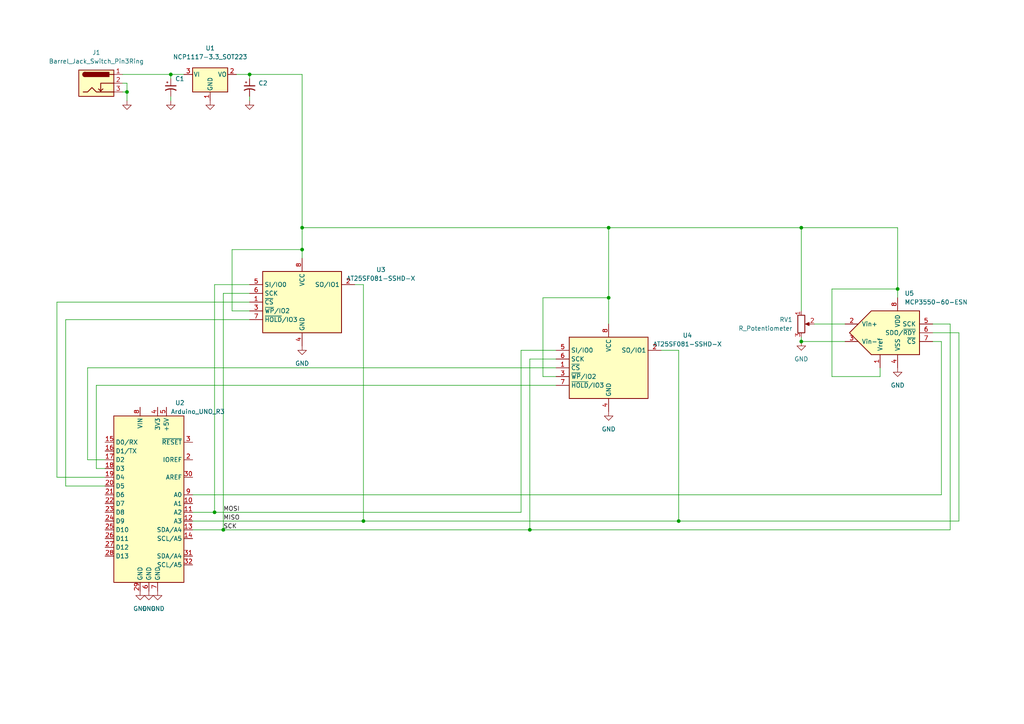
<source format=kicad_sch>
(kicad_sch (version 20211123) (generator eeschema)
  (paper "A4")
  (title_block (title "Dev Board") (date "2023-04-01") (rev "A") (company "MIN21M") (comment 1 "Rev A: Changed U5 footprint from MSOP-8 to SOIC-8 "))
  (lib_symbols
    (symbol "Analog_ADC:MCP3550-60-ESN" (pin_names (offset 1.016))
      (property "Reference" "U" (at -5.08 7.62 0))
      (property "Value" "MCP3550-60-ESN" (at 5.08 7.62 0))
      (symbol "MCP3550-60-ESN_0_1"
        (polyline (pts (xy -5.08 6.35) (xy 8.89 6.35) (xy 8.89 0) (xy 8.89 -6.35) (xy -5.08 -6.35) (xy -11.43 0) (xy -5.08 6.35)) (stroke (width 0.254)) (fill (type background)))
      )
      (symbol "MCP3550-60-ESN_1_1"
        (pin input line (at -2.54 -10.16 90) (length 3.81) (name "Vref") (number "1"))
        (pin passive line (at -12.7 2.54 0) (length 3.81) (name "Vin+") (number "2"))
        (pin passive line (at -12.7 -2.54 0) (length 3.81) (name "Vin-") (number "3"))
        (pin power_in line (at 2.54 -10.16 90) (length 3.81) (name "VSS") (number "4"))
        (pin input line (at 12.7 2.54 180) (length 3.81) (name "SCK") (number "5"))
        (pin output line (at 12.7 0 180) (length 3.81) (name "SDO/~{RDY}") (number "6"))
        (pin input line (at 12.7 -2.54 180) (length 3.81) (name "~{CS}") (number "7"))
        (pin power_in line (at 2.54 10.16 270) (length 3.81) (name "VDD") (number "8"))
      )
    )
    (symbol "Connector:Barrel_Jack_Switch_Pin3Ring" (pin_names hide)
      (property "Reference" "J" (at 0 5.334 0))
      (property "Value" "Barrel_Jack_Switch_Pin3Ring" (at 0 -5.08 0))
      (symbol "Barrel_Jack_Switch_Pin3Ring_0_1"
        (rectangle (start -5.08 3.81) (end 5.08 -3.81) (stroke (width 0.254)) (fill (type background)))
        (arc (start -3.302 3.175) (mid -3.937 2.54) (end -3.302 1.905) (stroke (width 0.254)))
        (arc (start -3.302 3.175) (mid -3.937 2.54) (end -3.302 1.905) (stroke (width 0.254)) (fill (type outline)))
        (polyline (pts (xy 1.27 -2.286) (xy 1.905 -1.651)) (stroke (width 0.254)))
        (polyline (pts (xy 5.08 2.54) (xy 3.81 2.54)) (stroke (width 0.254)))
        (polyline (pts (xy 5.08 0) (xy 1.27 0) (xy 1.27 -2.286) (xy 0.635 -1.651)) (stroke (width 0.254)))
        (polyline (pts (xy -3.81 -2.54) (xy -2.54 -2.54) (xy -1.27 -1.27) (xy 0 -2.54) (xy 2.54 -2.54) (xy 5.08 -2.54)) (stroke (width 0.254)))
        (rectangle (start 3.683 3.175) (end -3.302 1.905) (stroke (width 0.254)) (fill (type outline)))
      )
      (symbol "Barrel_Jack_Switch_Pin3Ring_1_1"
        (pin passive line (at 7.62 2.54 180) (length 2.54) (name "~") (number "1"))
        (pin passive line (at 7.62 0 180) (length 2.54) (name "~") (number "2"))
        (pin passive line (at 7.62 -2.54 180) (length 2.54) (name "~") (number "3"))
      )
    )
    (symbol "Device:C_Polarized_Small_US" (pin_numbers hide) (pin_names (offset 0.254) hide)
      (property "Reference" "C" (at 0.254 1.778 0))
      (property "Value" "C_Polarized_Small_US" (at 0.254 -2.032 0))
      (symbol "C_Polarized_Small_US_0_1"
        (polyline (pts (xy -1.524 0.508) (xy 1.524 0.508)) (stroke (width 0.3048)))
        (polyline (pts (xy -1.27 1.524) (xy -0.762 1.524)))
        (polyline (pts (xy -1.016 1.27) (xy -1.016 1.778)))
        (arc (start 1.524 -0.762) (mid 0 -0.3734) (end -1.524 -0.762) (stroke (width 0.3048)))
      )
      (symbol "C_Polarized_Small_US_1_1"
        (pin passive line (at 0 2.54 270) (length 2.032) (name "~") (number "1"))
        (pin passive line (at 0 -2.54 90) (length 2.032) (name "~") (number "2"))
      )
    )
    (symbol "Device:R_Potentiometer" (pin_names (offset 1.016) hide)
      (property "Reference" "RV" (at -4.445 0 90))
      (property "Value" "R_Potentiometer" (at -2.54 0 90))
      (symbol "R_Potentiometer_0_1"
        (polyline (pts (xy 2.54 0) (xy 1.524 0)))
        (polyline (pts (xy 1.143 0) (xy 2.286 0.508) (xy 2.286 -0.508) (xy 1.143 0)) (fill (type outline)))
        (rectangle (start 1.016 2.54) (end -1.016 -2.54) (stroke (width 0.254)))
      )
      (symbol "R_Potentiometer_1_1"
        (pin passive line (at 0 3.81 270) (length 1.27) (name "1") (number "1"))
        (pin passive line (at 3.81 0 180) (length 1.27) (name "2") (number "2"))
        (pin passive line (at 0 -3.81 90) (length 1.27) (name "3") (number "3"))
      )
    )
    (symbol "MCU_Module:Arduino_UNO_R3"
      (property "Reference" "A" (at -10.16 23.495 0))
      (property "Value" "Arduino_UNO_R3" (at 5.08 -26.67 0))
      (symbol "Arduino_UNO_R3_0_1"
        (rectangle (start -10.16 22.86) (end 10.16 -25.4) (stroke (width 0.254)) (fill (type background)))
      )
      (symbol "Arduino_UNO_R3_1_1"
        (pin no_connect line (at -10.16 -20.32 0) (length 2.54) hide (name "NC") (number "1"))
        (pin bidirectional line (at 12.7 -2.54 180) (length 2.54) (name "A1") (number "10"))
        (pin bidirectional line (at 12.7 -5.08 180) (length 2.54) (name "A2") (number "11"))
        (pin bidirectional line (at 12.7 -7.62 180) (length 2.54) (name "A3") (number "12"))
        (pin bidirectional line (at 12.7 -10.16 180) (length 2.54) (name "SDA/A4") (number "13"))
        (pin bidirectional line (at 12.7 -12.7 180) (length 2.54) (name "SCL/A5") (number "14"))
        (pin bidirectional line (at -12.7 15.24 0) (length 2.54) (name "D0/RX") (number "15"))
        (pin bidirectional line (at -12.7 12.7 0) (length 2.54) (name "D1/TX") (number "16"))
        (pin bidirectional line (at -12.7 10.16 0) (length 2.54) (name "D2") (number "17"))
        (pin bidirectional line (at -12.7 7.62 0) (length 2.54) (name "D3") (number "18"))
        (pin bidirectional line (at -12.7 5.08 0) (length 2.54) (name "D4") (number "19"))
        (pin output line (at 12.7 10.16 180) (length 2.54) (name "IOREF") (number "2"))
        (pin bidirectional line (at -12.7 2.54 0) (length 2.54) (name "D5") (number "20"))
        (pin bidirectional line (at -12.7 0 0) (length 2.54) (name "D6") (number "21"))
        (pin bidirectional line (at -12.7 -2.54 0) (length 2.54) (name "D7") (number "22"))
        (pin bidirectional line (at -12.7 -5.08 0) (length 2.54) (name "D8") (number "23"))
        (pin bidirectional line (at -12.7 -7.62 0) (length 2.54) (name "D9") (number "24"))
        (pin bidirectional line (at -12.7 -10.16 0) (length 2.54) (name "D10") (number "25"))
        (pin bidirectional line (at -12.7 -12.7 0) (length 2.54) (name "D11") (number "26"))
        (pin bidirectional line (at -12.7 -15.24 0) (length 2.54) (name "D12") (number "27"))
        (pin bidirectional line (at -12.7 -17.78 0) (length 2.54) (name "D13") (number "28"))
        (pin power_in line (at -2.54 -27.94 90) (length 2.54) (name "GND") (number "29"))
        (pin input line (at 12.7 15.24 180) (length 2.54) (name "~{RESET}") (number "3"))
        (pin input line (at 12.7 5.08 180) (length 2.54) (name "AREF") (number "30"))
        (pin bidirectional line (at 12.7 -17.78 180) (length 2.54) (name "SDA/A4") (number "31"))
        (pin bidirectional line (at 12.7 -20.32 180) (length 2.54) (name "SCL/A5") (number "32"))
        (pin power_out line (at 2.54 25.4 270) (length 2.54) (name "3V3") (number "4"))
        (pin power_out line (at 5.08 25.4 270) (length 2.54) (name "+5V") (number "5"))
        (pin power_in line (at 0 -27.94 90) (length 2.54) (name "GND") (number "6"))
        (pin power_in line (at 2.54 -27.94 90) (length 2.54) (name "GND") (number "7"))
        (pin power_in line (at -2.54 25.4 270) (length 2.54) (name "VIN") (number "8"))
        (pin bidirectional line (at 12.7 0 180) (length 2.54) (name "A0") (number "9"))
      )
    )
    (symbol "Memory_Flash:AT25SF081-SSHD-X"
      (property "Reference" "U" (at 2.54 12.7 0))
      (property "Value" "AT25SF081-SSHD-X" (at 10.16 10.16 0))
      (symbol "AT25SF081-SSHD-X_1_1"
        (rectangle (start -11.43 8.89) (end 11.43 -8.89) (stroke (width 0.254)) (fill (type background)))
        (pin input line (at -15.24 0 0) (length 3.81) (name "~{CS}") (number "1"))
        (pin bidirectional line (at 15.24 5.08 180) (length 3.81) (name "SO/IO1") (number "2"))
        (pin bidirectional line (at -15.24 -2.54 0) (length 3.81) (name "~{WP}/IO2") (number "3"))
        (pin power_in line (at 0 -12.7 90) (length 3.81) (name "GND") (number "4"))
        (pin bidirectional line (at -15.24 5.08 0) (length 3.81) (name "SI/IO0") (number "5"))
        (pin input line (at -15.24 2.54 0) (length 3.81) (name "SCK") (number "6"))
        (pin bidirectional line (at -15.24 -5.08 0) (length 3.81) (name "~{HOLD}/IO3") (number "7"))
        (pin power_in line (at 0 12.7 270) (length 3.81) (name "VCC") (number "8"))
      )
    )
    (symbol "Regulator_Linear:NCP1117-3.3_SOT223" (pin_names (offset 0.254))
      (property "Reference" "U" (at -3.81 3.175 0))
      (property "Value" "NCP1117-3.3_SOT223" (at 0 3.175 0))
      (symbol "NCP1117-3.3_SOT223_0_1"
        (rectangle (start -5.08 -5.08) (end 5.08 1.905) (stroke (width 0.254)) (fill (type background)))
      )
      (symbol "NCP1117-3.3_SOT223_1_1"
        (pin power_in line (at 0 -7.62 90) (length 2.54) (name "GND") (number "1"))
        (pin power_out line (at 7.62 0 180) (length 2.54) (name "VO") (number "2"))
        (pin power_in line (at -7.62 0 0) (length 2.54) (name "VI") (number "3"))
      )
    )
    (symbol "power:GND" (power) (pin_names (offset 0))
      (property "Value" "GND" (at 0 -3.81 0))
      (symbol "GND_0_1"
        (polyline (pts (xy 0 0) (xy 0 -1.27) (xy 1.27 -1.27) (xy 0 -2.54) (xy -1.27 -1.27) (xy 0 -1.27)))
      )
      (symbol "GND_1_1"
        (pin power_in line (at 0 0 270) (length 0) hide (name "GND") (number "1"))
      )
    )
  )
  (junction (at 36.83 26.67))
  (junction (at 232.41 66.04))
  (junction (at 87.63 72.39))
  (junction (at 64.77 153.67))
  (junction (at 196.85 151.13))
  (junction (at 232.41 99.06))
  (junction (at 176.53 66.04))
  (junction (at 176.53 86.36))
  (junction (at 87.63 66.04))
  (junction (at 62.23 148.59))
  (junction (at 105.41 151.13))
  (junction (at 153.67 153.67))
  (junction (at 49.53 21.59))
  (junction (at 260.35 83.82))
  (junction (at 72.39 21.59))
  (wire (pts (xy 232.41 66.04) (xy 232.41 90.17)))
  (wire (pts (xy 270.51 93.98) (xy 275.59 93.98)))
  (wire (pts (xy 16.51 87.63) (xy 16.51 138.43)))
  (wire (pts (xy 35.56 26.67) (xy 36.83 26.67)))
  (wire (pts (xy 255.27 109.22) (xy 241.3 109.22)))
  (wire (pts (xy 260.35 66.04) (xy 232.41 66.04)))
  (wire (pts (xy 35.56 24.13) (xy 36.83 24.13)))
  (wire (pts (xy 36.83 24.13) (xy 36.83 26.67)))
  (wire (pts (xy 157.48 109.22) (xy 157.48 86.36)))
  (wire (pts (xy 49.53 21.59) (xy 49.53 22.86)))
  (wire (pts (xy 176.53 66.04) (xy 232.41 66.04)))
  (wire (pts (xy 64.77 153.67) (xy 153.67 153.67)))
  (wire (pts (xy 72.39 82.55) (xy 62.23 82.55)))
  (wire (pts (xy 275.59 93.98) (xy 275.59 153.67)))
  (wire (pts (xy 161.29 106.68) (xy 25.4 106.68)))
  (wire (pts (xy 36.83 26.67) (xy 36.83 29.21)))
  (wire (pts (xy 55.88 143.51) (xy 273.05 143.51)))
  (wire (pts (xy 270.51 96.52) (xy 278.13 96.52)))
  (wire (pts (xy 72.39 92.71) (xy 19.05 92.71)))
  (wire (pts (xy 153.67 104.14) (xy 153.67 153.67)))
  (wire (pts (xy 161.29 101.6) (xy 151.13 101.6)))
  (wire (pts (xy 105.41 82.55) (xy 105.41 151.13)))
  (wire (pts (xy 176.53 66.04) (xy 176.53 86.36)))
  (wire (pts (xy 232.41 99.06) (xy 232.41 97.79)))
  (wire (pts (xy 64.77 85.09) (xy 64.77 153.67)))
  (wire (pts (xy 196.85 151.13) (xy 278.13 151.13)))
  (wire (pts (xy 35.56 21.59) (xy 49.53 21.59)))
  (wire (pts (xy 62.23 82.55) (xy 62.23 148.59)))
  (wire (pts (xy 72.39 22.86) (xy 72.39 21.59)))
  (wire (pts (xy 241.3 109.22) (xy 241.3 83.82)))
  (wire (pts (xy 176.53 86.36) (xy 176.53 93.98)))
  (wire (pts (xy 260.35 86.36) (xy 260.35 83.82)))
  (wire (pts (xy 102.87 82.55) (xy 105.41 82.55)))
  (wire (pts (xy 67.31 90.17) (xy 67.31 72.39)))
  (wire (pts (xy 72.39 85.09) (xy 64.77 85.09)))
  (wire (pts (xy 270.51 99.06) (xy 273.05 99.06)))
  (wire (pts (xy 191.77 101.6) (xy 196.85 101.6)))
  (wire (pts (xy 25.4 133.35) (xy 30.48 133.35)))
  (wire (pts (xy 232.41 99.06) (xy 245.11 99.06)))
  (wire (pts (xy 236.22 93.98) (xy 245.11 93.98)))
  (wire (pts (xy 255.27 106.68) (xy 255.27 109.22)))
  (wire (pts (xy 260.35 83.82) (xy 260.35 66.04)))
  (wire (pts (xy 49.53 21.59) (xy 53.34 21.59)))
  (wire (pts (xy 153.67 153.67) (xy 275.59 153.67)))
  (wire (pts (xy 161.29 104.14) (xy 153.67 104.14)))
  (wire (pts (xy 72.39 29.21) (xy 72.39 27.94)))
  (wire (pts (xy 161.29 109.22) (xy 157.48 109.22)))
  (wire (pts (xy 105.41 151.13) (xy 196.85 151.13)))
  (wire (pts (xy 87.63 66.04) (xy 87.63 72.39)))
  (wire (pts (xy 87.63 66.04) (xy 176.53 66.04)))
  (wire (pts (xy 62.23 148.59) (xy 151.13 148.59)))
  (wire (pts (xy 151.13 101.6) (xy 151.13 148.59)))
  (wire (pts (xy 49.53 29.21) (xy 49.53 27.94)))
  (wire (pts (xy 273.05 143.51) (xy 273.05 99.06)))
  (wire (pts (xy 72.39 90.17) (xy 67.31 90.17)))
  (wire (pts (xy 157.48 86.36) (xy 176.53 86.36)))
  (wire (pts (xy 16.51 138.43) (xy 30.48 138.43)))
  (wire (pts (xy 19.05 92.71) (xy 19.05 140.97)))
  (wire (pts (xy 241.3 83.82) (xy 260.35 83.82)))
  (wire (pts (xy 72.39 87.63) (xy 16.51 87.63)))
  (wire (pts (xy 67.31 72.39) (xy 87.63 72.39)))
  (wire (pts (xy 55.88 148.59) (xy 62.23 148.59)))
  (wire (pts (xy 68.58 21.59) (xy 72.39 21.59)))
  (wire (pts (xy 87.63 21.59) (xy 72.39 21.59)))
  (wire (pts (xy 27.94 111.76) (xy 27.94 135.89)))
  (wire (pts (xy 25.4 106.68) (xy 25.4 133.35)))
  (wire (pts (xy 278.13 96.52) (xy 278.13 151.13)))
  (wire (pts (xy 161.29 111.76) (xy 27.94 111.76)))
  (wire (pts (xy 55.88 151.13) (xy 105.41 151.13)))
  (wire (pts (xy 55.88 153.67) (xy 64.77 153.67)))
  (wire (pts (xy 87.63 66.04) (xy 87.63 21.59)))
  (wire (pts (xy 87.63 72.39) (xy 87.63 74.93)))
  (wire (pts (xy 19.05 140.97) (xy 30.48 140.97)))
  (wire (pts (xy 27.94 135.89) (xy 30.48 135.89)))
  (wire (pts (xy 196.85 101.6) (xy 196.85 151.13)))
  (label "MISO" (at 64.77 151.13 0))
  (label "SCK" (at 64.77 153.67 0))
  (label "MOSI" (at 64.77 148.59 0))
  (symbol (lib_id "Device:R_Potentiometer") (at 232.41 93.98 0) (unit 1)
    (property "Reference" "RV1" (at 229.87 92.7099 0) (effects (justify right)))
    (property "Value" "R_Potentiometer" (at 229.87 95.2499 0) (effects (justify right)))
    (property "Footprint" "Potentiometer_THT:Potentiometer_Bourns_3299W_Vertical" (effects hide))
  )
  (symbol (lib_id "Device:C_Polarized_Small_US") (at 72.39 25.4 0) (unit 1)
    (property "Reference" "C2" (at 74.93 24.13 0) (effects (justify left)))
    (property "Value" "C_Polarized_Small_US" (effects hide))
    (property "Footprint" "Capacitor_SMD:C_0603_1608Metric" (effects hide))
  )
  (symbol (lib_id "MCU_Module:Arduino_UNO_R3") (at 43.18 143.51 0) (unit 1)
    (property "Reference" "U2" (at 50.8 116.84 0) (effects (justify left)))
    (property "Value" "Arduino_UNO_R3" (at 49.53 119.38 0) (effects (justify left)))
    (property "Footprint" "Module:Arduino_UNO_R3" (effects hide))
    (property "Datasheet" "https://www.arduino.cc/en/Main/arduinoBoardUno" (effects hide))
  )
  (symbol (lib_id "Analog_ADC:MCP3550-60-ESN") (at 257.81 96.52 0) (unit 1)
    (property "Reference" "U5" (at 262.3694 85.09 0) (effects (justify left)))
    (property "Value" "MCP3550-60-ESN" (at 262.3694 87.63 0) (effects (justify left)))
    (property "Footprint" "Package_SO:SOIC-8_3.9x4.9mm_P1.27mm" (effects hide))
    (property "Datasheet" "http://ww1.microchip.com/downloads/en/devicedoc/21950c.pdf" (effects hide))
  )
  (symbol (lib_id "Device:C_Polarized_Small_US") (at 49.53 25.4 0) (unit 1)
    (property "Reference" "C1" (at 50.8 22.86 0) (effects (justify left)))
    (property "Value" "C_Polarized_Small_US" (effects hide))
    (property "Footprint" "Capacitor_SMD:C_0603_1608Metric" (effects hide))
  )
  (symbol (lib_id "Memory_Flash:AT25SF081-SSHD-X") (at 176.53 106.68 0) (unit 1)
    (property "Reference" "U4" (at 199.39 97.2693 0))
    (property "Value" "AT25SF081-SSHD-X" (at 199.39 99.8093 0))
    (property "Footprint" "Package_SO:SOIC-8_3.9x4.9mm_P1.27mm" (effects hide))
    (property "Datasheet" "https://www.adestotech.com/wp-content/uploads/DS-AT25SF081_045.pdf" (effects hide))
  )
  (symbol (lib_id "power:GND") (at 40.64 171.45 0) (unit 1)
    (property "Reference" "#PWR0106" (effects hide))
    (property "Value" "GND" (at 40.64 176.53 0))
  )
  (symbol (lib_id "power:GND") (at 60.96 29.21 0) (unit 1)
    (property "Reference" "#PWR0108" (effects hide))
    (property "Value" "GND" (effects hide))
  )
  (symbol (lib_id "Connector:Barrel_Jack_Switch_Pin3Ring") (at 27.94 24.13 0) (unit 1)
    (property "Reference" "J1" (at 27.94 15.24 0))
    (property "Value" "Barrel_Jack_Switch_Pin3Ring" (at 27.94 17.78 0))
    (property "Footprint" "Connector_BarrelJack:BarrelJack_Wuerth_6941xx301002" (effects hide))
  )
  (symbol (lib_id "Memory_Flash:AT25SF081-SSHD-X") (at 87.63 87.63 0) (unit 1)
    (property "Reference" "U3" (at 110.49 78.2193 0))
    (property "Value" "AT25SF081-SSHD-X" (at 110.49 80.7593 0))
    (property "Footprint" "Package_SO:SOIC-8_3.9x4.9mm_P1.27mm" (effects hide))
    (property "Datasheet" "https://www.adestotech.com/wp-content/uploads/DS-AT25SF081_045.pdf" (effects hide))
  )
  (symbol (lib_id "power:GND") (at 232.41 99.06 0) (unit 1)
    (property "Reference" "#PWR0103" (effects hide))
    (property "Value" "GND" (at 232.41 104.14 0))
  )
  (symbol (lib_id "power:GND") (at 260.35 106.68 0) (unit 1)
    (property "Reference" "#PWR0101" (effects hide))
    (property "Value" "GND" (at 260.35 111.76 0))
  )
  (symbol (lib_id "power:GND") (at 43.18 171.45 0) (unit 1)
    (property "Reference" "#PWR0107" (effects hide))
    (property "Value" "GND" (at 43.18 176.53 0))
  )
  (symbol (lib_id "power:GND") (at 87.63 100.33 0) (unit 1)
    (property "Reference" "#PWR0104" (effects hide))
    (property "Value" "GND" (at 87.63 105.41 0))
  )
  (symbol (lib_id "power:GND") (at 176.53 119.38 0) (unit 1)
    (property "Reference" "#PWR0102" (effects hide))
    (property "Value" "GND" (at 176.53 124.46 0))
  )
  (symbol (lib_id "power:GND") (at 36.83 29.21 0) (unit 1)
    (property "Reference" "#PWR0111" (effects hide))
    (property "Value" "GND" (effects hide))
  )
  (symbol (lib_id "power:GND") (at 49.53 29.21 0) (unit 1)
    (property "Reference" "#PWR0110" (effects hide))
    (property "Value" "GND" (effects hide))
  )
  (symbol (lib_id "power:GND") (at 72.39 29.21 0) (unit 1)
    (property "Reference" "#PWR0109" (effects hide))
    (property "Value" "GND" (effects hide))
  )
  (symbol (lib_id "power:GND") (at 45.72 171.45 0) (unit 1)
    (property "Reference" "#PWR0105" (effects hide))
    (property "Value" "GND" (at 45.72 176.53 0))
  )
  (symbol (lib_id "Regulator_Linear:NCP1117-3.3_SOT223") (at 60.96 21.59 0) (unit 1)
    (property "Reference" "U1" (at 60.96 13.97 0))
    (property "Value" "NCP1117-3.3_SOT223" (at 60.96 16.51 0))
    (property "Footprint" "Package_TO_SOT_SMD:SOT-223-3_TabPin2" (effects hide))
    (property "Datasheet" "http://www.onsemi.com/pub_link/Collateral/NCP1117-D.PDF" (effects hide))
  )
)
</source>
